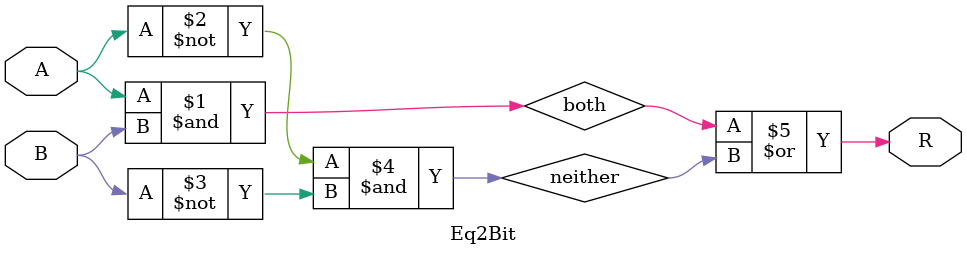
<source format=v>

`timescale 1ns / 1ps

module Eq2Bit( input wire A, input wire B, output wire R );

	assign both = A & B;
	assign neither = ~A & ~B;
	assign R = both | neither;

endmodule

</source>
